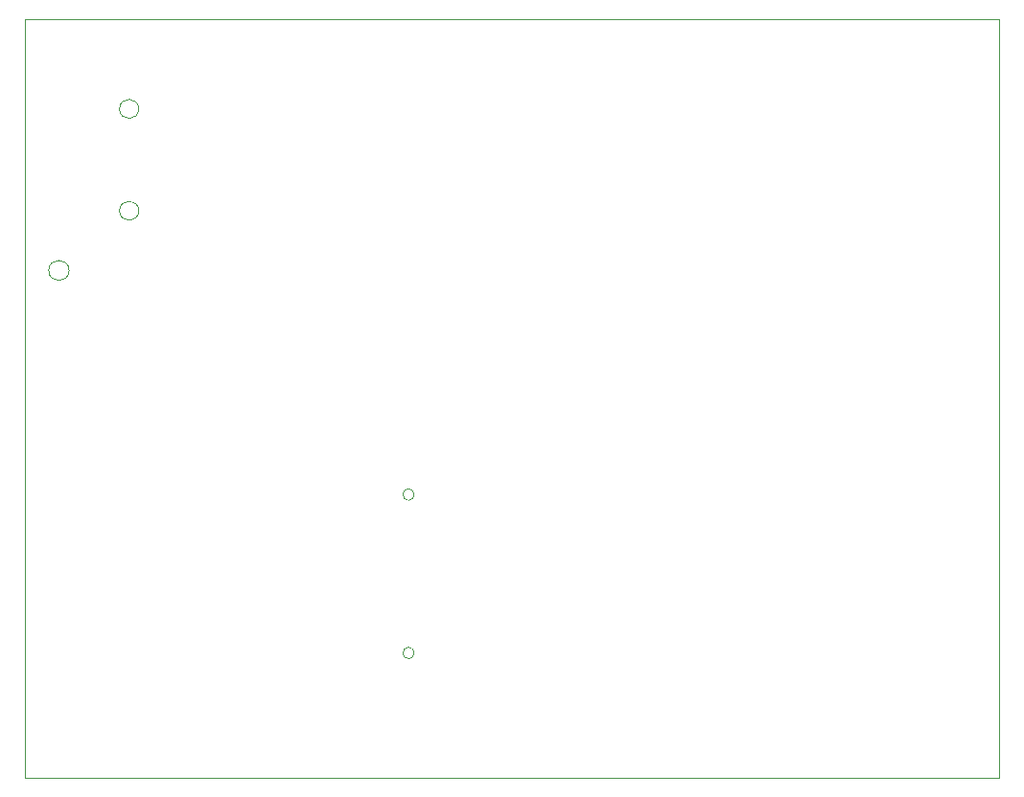
<source format=gbr>
%TF.GenerationSoftware,KiCad,Pcbnew,7.0.10*%
%TF.CreationDate,2024-03-01T15:17:48+01:00*%
%TF.ProjectId,arenaPCBv2,6172656e-6150-4434-9276-322e6b696361,rev?*%
%TF.SameCoordinates,Original*%
%TF.FileFunction,Profile,NP*%
%FSLAX46Y46*%
G04 Gerber Fmt 4.6, Leading zero omitted, Abs format (unit mm)*
G04 Created by KiCad (PCBNEW 7.0.10) date 2024-03-01 15:17:48*
%MOMM*%
%LPD*%
G01*
G04 APERTURE LIST*
%TA.AperFunction,Profile*%
%ADD10C,0.100000*%
%TD*%
%TA.AperFunction,Profile*%
%ADD11C,0.050000*%
%TD*%
G04 APERTURE END LIST*
D10*
X104500000Y-53500000D02*
X190500000Y-53500000D01*
X190500000Y-120500000D01*
X104500000Y-120500000D01*
X104500000Y-53500000D01*
D11*
%TO.C,J6*%
X114550000Y-70413000D02*
G75*
G03*
X112850000Y-70413000I-850000J0D01*
G01*
X112850000Y-70413000D02*
G75*
G03*
X114550000Y-70413000I850000J0D01*
G01*
X114550000Y-61413000D02*
G75*
G03*
X112850000Y-61413000I-850000J0D01*
G01*
X112850000Y-61413000D02*
G75*
G03*
X114550000Y-61413000I850000J0D01*
G01*
%TO.C,J9*%
X138875000Y-95500000D02*
G75*
G03*
X137875000Y-95500000I-500000J0D01*
G01*
X137875000Y-95500000D02*
G75*
G03*
X138875000Y-95500000I500000J0D01*
G01*
X138875000Y-109500000D02*
G75*
G03*
X137875000Y-109500000I-500000J0D01*
G01*
X137875000Y-109500000D02*
G75*
G03*
X138875000Y-109500000I500000J0D01*
G01*
%TO.C,J5*%
X108397500Y-75691800D02*
G75*
G03*
X106597500Y-75691800I-900000J0D01*
G01*
X106597500Y-75691800D02*
G75*
G03*
X108397500Y-75691800I900000J0D01*
G01*
%TD*%
M02*

</source>
